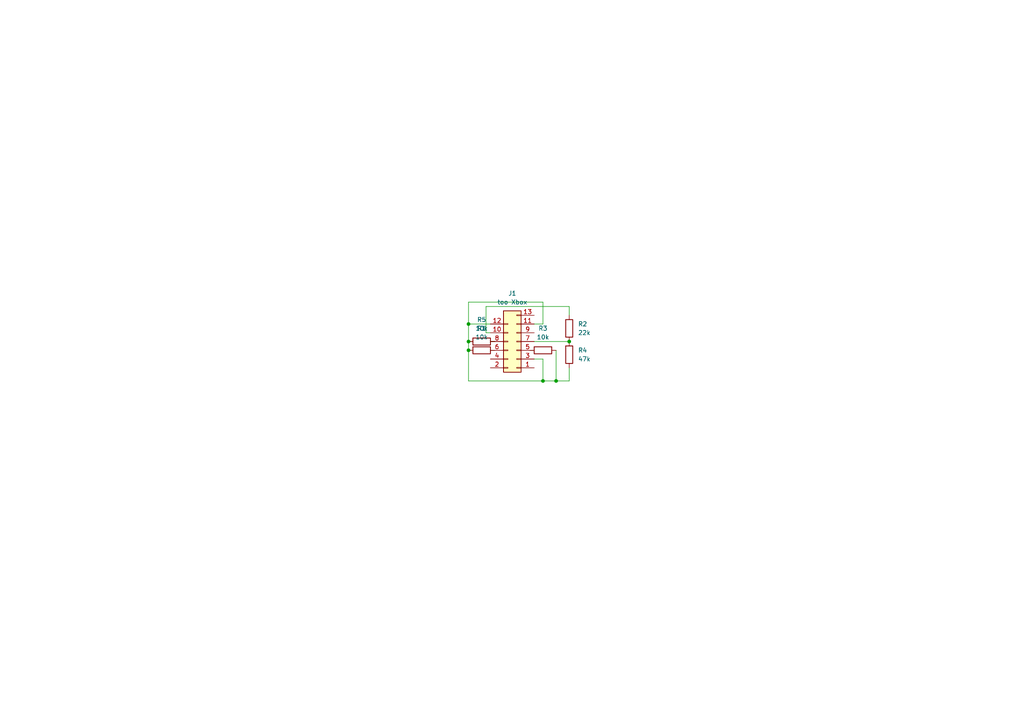
<source format=kicad_sch>
(kicad_sch (version 20211123) (generator eeschema)
  (paper "A4")
  (lib_symbols
    (symbol "Connector_Generic:Conn_2Rows-13Pins" (pin_names (offset 1.016) hide)
      (property "Reference" "J" (at 1.27 10.16 0))
      (property "Value" "Conn_2Rows-13Pins" (at 1.27 -10.16 0))
      (symbol "Conn_2Rows-13Pins_1_1"
        (rectangle (start -1.27 -7.493) (end 0 -7.747) (stroke (width 0.1524)))
        (rectangle (start -1.27 -4.953) (end 0 -5.207) (stroke (width 0.1524)))
        (rectangle (start -1.27 -2.413) (end 0 -2.667) (stroke (width 0.1524)))
        (rectangle (start -1.27 0.127) (end 0 -0.127) (stroke (width 0.1524)))
        (rectangle (start -1.27 2.667) (end 0 2.413) (stroke (width 0.1524)))
        (rectangle (start -1.27 5.207) (end 0 4.953) (stroke (width 0.1524)))
        (rectangle (start -1.27 7.747) (end 0 7.493) (stroke (width 0.1524)))
        (rectangle (start -1.27 8.89) (end 3.81 -8.89) (stroke (width 0.254)) (fill (type background)))
        (rectangle (start 3.81 -4.953) (end 2.54 -5.207) (stroke (width 0.1524)))
        (rectangle (start 3.81 -2.413) (end 2.54 -2.667) (stroke (width 0.1524)))
        (rectangle (start 3.81 0.127) (end 2.54 -0.127) (stroke (width 0.1524)))
        (rectangle (start 3.81 2.667) (end 2.54 2.413) (stroke (width 0.1524)))
        (rectangle (start 3.81 5.207) (end 2.54 4.953) (stroke (width 0.1524)))
        (rectangle (start 3.81 7.747) (end 2.54 7.493) (stroke (width 0.1524)))
        (pin passive line (at -5.08 7.62 0) (length 3.81) (name "Pin_1") (number "1"))
        (pin passive line (at 7.62 -2.54 180) (length 3.81) (name "Pin_10") (number "10"))
        (pin passive line (at -5.08 -5.08 0) (length 3.81) (name "Pin_11") (number "11"))
        (pin passive line (at 7.62 -5.08 180) (length 3.81) (name "Pin_12") (number "12"))
        (pin passive line (at -5.08 -7.62 0) (length 3.81) (name "Pin_13") (number "13"))
        (pin passive line (at 7.62 7.62 180) (length 3.81) (name "Pin_2") (number "2"))
        (pin passive line (at -5.08 5.08 0) (length 3.81) (name "Pin_3") (number "3"))
        (pin passive line (at 7.62 5.08 180) (length 3.81) (name "Pin_4") (number "4"))
        (pin passive line (at -5.08 2.54 0) (length 3.81) (name "Pin_5") (number "5"))
        (pin passive line (at 7.62 2.54 180) (length 3.81) (name "Pin_6") (number "6"))
        (pin passive line (at -5.08 0 0) (length 3.81) (name "Pin_7") (number "7"))
        (pin passive line (at 7.62 0 180) (length 3.81) (name "Pin_8") (number "8"))
        (pin passive line (at -5.08 -2.54 0) (length 3.81) (name "Pin_9") (number "9"))
      )
    )
    (symbol "Device:R" (pin_numbers hide) (pin_names (offset 0))
      (property "Reference" "R" (at 2.032 0 90))
      (property "Value" "R" (at 0 0 90))
      (symbol "R_0_1"
        (rectangle (start -1.016 -2.54) (end 1.016 2.54) (stroke (width 0.254)))
      )
      (symbol "R_1_1"
        (pin passive line (at 0 3.81 270) (length 1.27) (name "~") (number "1"))
        (pin passive line (at 0 -3.81 90) (length 1.27) (name "~") (number "2"))
      )
    )
  )
  (junction (at 135.89 99.06))
  (junction (at 161.29 110.49))
  (junction (at 135.89 101.6))
  (junction (at 165.1 99.06))
  (junction (at 135.89 93.98))
  (junction (at 157.48 110.49))
  (wire (pts (xy 142.24 96.52) (xy 140.97 96.52)))
  (wire (pts (xy 157.48 104.14) (xy 157.48 110.49)))
  (wire (pts (xy 154.94 99.06) (xy 165.1 99.06)))
  (wire (pts (xy 165.1 88.9) (xy 165.1 91.44)))
  (wire (pts (xy 157.48 93.98) (xy 157.48 87.63)))
  (wire (pts (xy 143.51 101.6) (xy 142.24 101.6)))
  (wire (pts (xy 140.97 96.52) (xy 140.97 88.9)))
  (wire (pts (xy 135.89 87.63) (xy 135.89 93.98)))
  (wire (pts (xy 161.29 110.49) (xy 157.48 110.49)))
  (wire (pts (xy 154.94 104.14) (xy 157.48 104.14)))
  (wire (pts (xy 157.48 87.63) (xy 135.89 87.63)))
  (wire (pts (xy 142.24 93.98) (xy 135.89 93.98)))
  (wire (pts (xy 157.48 110.49) (xy 135.89 110.49)))
  (wire (pts (xy 142.24 99.06) (xy 143.51 99.06)))
  (wire (pts (xy 161.29 110.49) (xy 165.1 110.49)))
  (wire (pts (xy 165.1 106.68) (xy 165.1 110.49)))
  (wire (pts (xy 153.67 101.6) (xy 154.94 101.6)))
  (wire (pts (xy 154.94 93.98) (xy 157.48 93.98)))
  (wire (pts (xy 135.89 101.6) (xy 135.89 99.06)))
  (wire (pts (xy 135.89 110.49) (xy 135.89 101.6)))
  (wire (pts (xy 161.29 101.6) (xy 161.29 110.49)))
  (wire (pts (xy 140.97 88.9) (xy 165.1 88.9)))
  (wire (pts (xy 135.89 93.98) (xy 135.89 99.06)))
  (symbol (lib_id "Device:R") (at 157.48 101.6 90) (unit 1)
    (property "Reference" "R3" (at 157.48 95.25 90))
    (property "Value" "10k" (at 157.48 97.79 90))
    (property "Footprint" "Resistor_SMD:R_0603_1608Metric_Pad0.98x0.95mm_HandSolder" (effects hide))
  )
  (symbol (lib_id "Device:R") (at 165.1 95.25 180) (unit 1)
    (property "Reference" "R2" (at 167.64 93.9799 0) (effects (justify right)))
    (property "Value" "22k" (at 167.64 96.5199 0) (effects (justify right)))
    (property "Footprint" "Resistor_SMD:R_0603_1608Metric_Pad0.98x0.95mm_HandSolder" (effects hide))
  )
  (symbol (lib_id "Device:R") (at 139.7 101.6 90) (unit 1)
    (property "Reference" "R1" (at 139.7 95.25 90))
    (property "Value" "10k" (at 139.7 97.79 90))
    (property "Footprint" "Resistor_SMD:R_0603_1608Metric_Pad0.98x0.95mm_HandSolder" (effects hide))
  )
  (symbol (lib_id "Connector_Generic:Conn_2Rows-13Pins") (at 149.86 99.06 180) (unit 1)
    (property "Reference" "J1" (at 148.59 85.09 0))
    (property "Value" "too Xbox" (at 148.59 87.63 0))
    (property "Footprint" "Connector_Hirose:Hirose_DF11-14DP-2DSA_2x07_P2.00mm_Vertical" (effects hide))
  )
  (symbol (lib_id "Device:R") (at 165.1 102.87 0) (unit 1)
    (property "Reference" "R4" (at 167.64 101.5999 0) (effects (justify left)))
    (property "Value" "47k" (at 167.64 104.1399 0) (effects (justify left)))
    (property "Footprint" "Resistor_SMD:R_0603_1608Metric_Pad0.98x0.95mm_HandSolder" (effects hide))
  )
  (symbol (lib_id "Device:R") (at 139.7 99.06 270) (unit 1)
    (property "Reference" "R5" (at 139.7 92.71 90))
    (property "Value" "10k" (at 139.7 95.25 90))
    (property "Footprint" "Resistor_SMD:R_0603_1608Metric_Pad0.98x0.95mm_HandSolder" (effects hide))
  )
)
</source>
